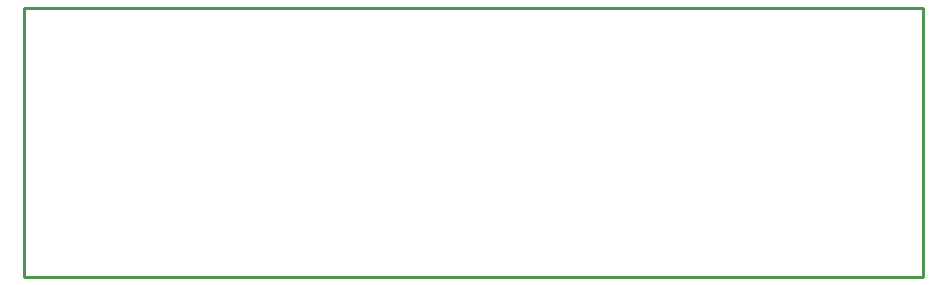
<source format=gko>
G04 Layer_Color=16711935*
%FSLAX23Y23*%
%MOIN*%
G70*
G01*
G75*
%ADD10C,0.010*%
D10*
X-595Y451D02*
X2402D01*
X-595Y-445D02*
X2402D01*
Y451D01*
X-595Y-445D02*
Y451D01*
M02*

</source>
